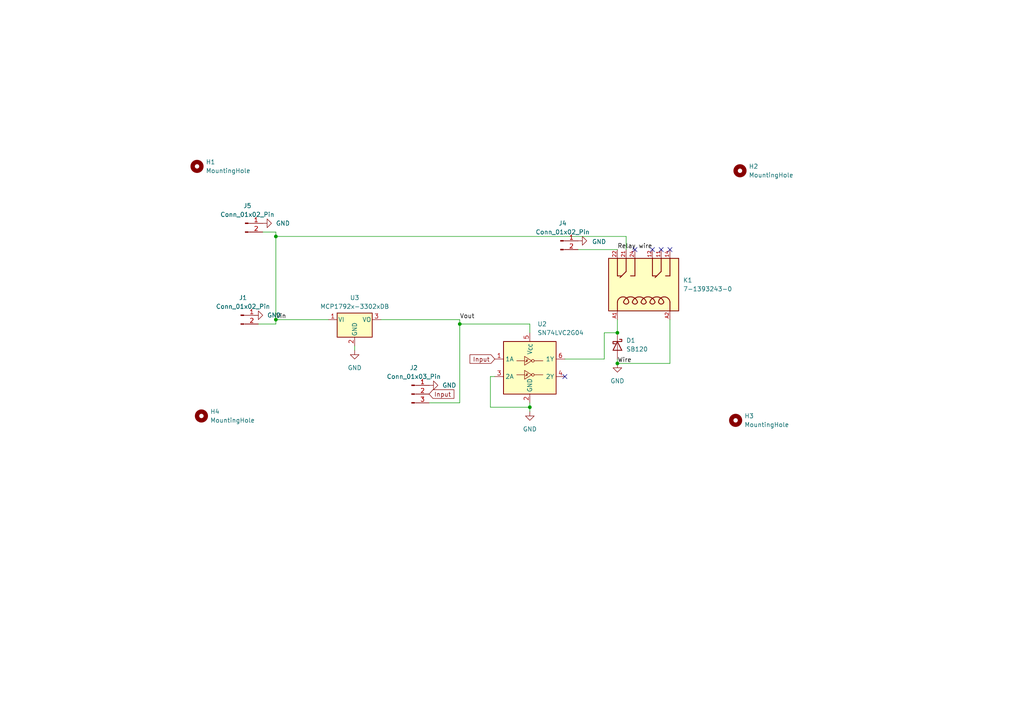
<source format=kicad_sch>
(kicad_sch (version 20231120) (generator "eeschema") (generator_version "8.0")
  (paper "A4")
  (lib_symbols
    (symbol "74xGxx:SN74LVC2G14DBV"
      (property "Reference" "U" (at 2.54 12.7 0))
      (property "Value" "SN74LVC2G14DBV" (at 2.54 10.16 0))
      (symbol "SN74LVC2G14DBV_1_1"
        (rectangle (start -7.62 7.62) (end 7.62 -7.62) (stroke (width 0.254)) (fill (type background)))
        (polyline (pts (xy -1.524 -2.032) (xy -3.81 -2.032)))
        (polyline (pts (xy -1.524 2.032) (xy -3.81 2.032)))
        (polyline (pts (xy -0.762 -1.778) (xy -0.508 -1.778)))
        (polyline (pts (xy -0.762 2.286) (xy -0.508 2.286)))
        (polyline (pts (xy 1.27 -2.032) (xy 3.81 -2.032)))
        (polyline (pts (xy 1.27 2.032) (xy 3.81 2.032)))
        (polyline (pts (xy -1.524 -0.762) (xy 0.508 -2.032) (xy -1.524 -3.302) (xy -1.524 -0.762)))
        (polyline (pts (xy -1.524 3.302) (xy 0.508 2.032) (xy -1.524 0.762) (xy -1.524 3.302)))
        (polyline (pts (xy -1.016 -2.286) (xy -1.016 -1.778) (xy -0.762 -1.778) (xy -0.762 -2.286) (xy -1.27 -2.286)))
        (polyline (pts (xy -1.016 1.778) (xy -1.016 2.286) (xy -0.762 2.286) (xy -0.762 1.778) (xy -1.27 1.778)))
        (circle (center 0.889 -2.032) (radius 0.381))
        (circle (center 0.889 2.032) (radius 0.381))
        (pin input line (at -10.16 2.54 0) (length 2.54) (name "1A") (number "1"))
        (pin power_in line (at 0 -10.16 90) (length 2.54) (name "GND") (number "2"))
        (pin input line (at -10.16 -2.54 0) (length 2.54) (name "2A") (number "3"))
        (pin output line (at 10.16 -2.54 180) (length 2.54) (name "2Y") (number "4"))
        (pin power_in line (at 0 10.16 270) (length 2.54) (name "V_{CC}") (number "5"))
        (pin output line (at 10.16 2.54 180) (length 2.54) (name "1Y") (number "6"))
      )
    )
    (symbol "Connector:Conn_01x02_Pin" (pin_names (offset 1.016) hide)
      (property "Reference" "J" (at 0 2.54 0))
      (property "Value" "Conn_01x02_Pin" (at 0 -5.08 0))
      (symbol "Conn_01x02_Pin_1_1"
        (polyline (pts (xy 1.27 -2.54) (xy 0.8636 -2.54)) (stroke (width 0.1524)))
        (polyline (pts (xy 1.27 0) (xy 0.8636 0)) (stroke (width 0.1524)))
        (rectangle (start 0.8636 -2.413) (end 0 -2.667) (stroke (width 0.1524)) (fill (type outline)))
        (rectangle (start 0.8636 0.127) (end 0 -0.127) (stroke (width 0.1524)) (fill (type outline)))
        (pin passive line (at 5.08 0 180) (length 3.81) (name "Pin_1") (number "1"))
        (pin passive line (at 5.08 -2.54 180) (length 3.81) (name "Pin_2") (number "2"))
      )
    )
    (symbol "Connector:Conn_01x03_Pin" (pin_names (offset 1.016) hide)
      (property "Reference" "J" (at 0 5.08 0))
      (property "Value" "Conn_01x03_Pin" (at 0 -5.08 0))
      (symbol "Conn_01x03_Pin_1_1"
        (polyline (pts (xy 1.27 -2.54) (xy 0.8636 -2.54)) (stroke (width 0.1524)))
        (polyline (pts (xy 1.27 0) (xy 0.8636 0)) (stroke (width 0.1524)))
        (polyline (pts (xy 1.27 2.54) (xy 0.8636 2.54)) (stroke (width 0.1524)))
        (rectangle (start 0.8636 -2.413) (end 0 -2.667) (stroke (width 0.1524)) (fill (type outline)))
        (rectangle (start 0.8636 0.127) (end 0 -0.127) (stroke (width 0.1524)) (fill (type outline)))
        (rectangle (start 0.8636 2.667) (end 0 2.413) (stroke (width 0.1524)) (fill (type outline)))
        (pin passive line (at 5.08 2.54 180) (length 3.81) (name "Pin_1") (number "1"))
        (pin passive line (at 5.08 0 180) (length 3.81) (name "Pin_2") (number "2"))
        (pin passive line (at 5.08 -2.54 180) (length 3.81) (name "Pin_3") (number "3"))
      )
    )
    (symbol "Diode:SB120" (pin_numbers hide) (pin_names (offset 1.016) hide)
      (property "Reference" "D" (at 0 2.54 0))
      (property "Value" "SB120" (at 0 -2.54 0))
      (symbol "SB120_0_1"
        (polyline (pts (xy 1.27 0) (xy -1.27 0)))
        (polyline (pts (xy 1.27 1.27) (xy 1.27 -1.27) (xy -1.27 0) (xy 1.27 1.27)) (stroke (width 0.254)))
        (polyline (pts (xy -1.905 0.635) (xy -1.905 1.27) (xy -1.27 1.27) (xy -1.27 -1.27) (xy -0.635 -1.27) (xy -0.635 -0.635)) (stroke (width 0.254)))
      )
      (symbol "SB120_1_1"
        (pin passive line (at -3.81 0 0) (length 2.54) (name "K") (number "1"))
        (pin passive line (at 3.81 0 180) (length 2.54) (name "A") (number "2"))
      )
    )
    (symbol "Mechanical:MountingHole" (pin_names (offset 1.016)) (exclude_from_sim yes) (in_bom no)
      (property "Reference" "H" (at 0 5.08 0))
      (property "Value" "MountingHole" (at 0 3.175 0))
      (symbol "MountingHole_0_1"
        (circle (center 0 0) (radius 1.27) (stroke (width 1.27)))
      )
    )
    (symbol "RT424048:7-1393243-0" (pin_names (offset 1.016))
      (property "Reference" "K" (at -7.6267 10.6774 0))
      (property "Value" "7-1393243-0" (at -7.6215 -12.7025 0))
      (symbol "7-1393243-0_0_0"
        (rectangle (start -7.62 -10.16) (end 7.62 10.16) (stroke (width 0.254)) (fill (type background)))
        (arc (start -5.08 -7.62) (mid -3.5511 -5.969) (end -5.08 -4.318) (stroke (width 0.254)))
        (arc (start -5.08 -5.842) (mid -3.556 -3.81) (end -5.08 -1.778) (stroke (width 0.254)))
        (arc (start -5.08 -4.318) (mid -5.6515 -5.08) (end -5.08 -5.842) (stroke (width 0.254)))
        (arc (start -5.08 -3.302) (mid -3.5407 -1.27) (end -5.08 0.762) (stroke (width 0.254)))
        (arc (start -5.08 -1.778) (mid -5.6515 -2.54) (end -5.08 -3.302) (stroke (width 0.254)))
        (arc (start -5.08 -0.762) (mid -3.556 1.27) (end -5.08 3.302) (stroke (width 0.254)))
        (arc (start -5.08 0.762) (mid -5.6515 0) (end -5.08 -0.762) (stroke (width 0.254)))
        (arc (start -5.08 1.778) (mid -3.5407 3.81) (end -5.08 5.842) (stroke (width 0.254)))
        (arc (start -5.08 3.302) (mid -5.6515 2.54) (end -5.08 1.778) (stroke (width 0.254)))
        (arc (start -5.08 4.318) (mid -3.5511 5.969) (end -5.08 7.62) (stroke (width 0.254)))
        (arc (start -5.08 5.842) (mid -5.6515 5.08) (end -5.08 4.318) (stroke (width 0.254)))
        (polyline (pts (xy -7.62 -7.62) (xy -5.08 -7.62)) (stroke (width 0.254)))
        (polyline (pts (xy -7.62 7.62) (xy -5.08 7.62)) (stroke (width 0.254)))
        (polyline (pts (xy 2.54 -7.62) (xy 2.54 -6.35)) (stroke (width 0.254)))
        (polyline (pts (xy 2.54 -2.54) (xy 2.54 -3.81)) (stroke (width 0.254)))
        (polyline (pts (xy 2.54 2.54) (xy 2.54 3.81)) (stroke (width 0.254)))
        (polyline (pts (xy 2.54 7.62) (xy 2.54 6.35)) (stroke (width 0.254)))
        (polyline (pts (xy 3.81 -5.08) (xy 2.032 -3.302)) (stroke (width 0.254)))
        (polyline (pts (xy 3.81 5.08) (xy 2.032 6.858)) (stroke (width 0.254)))
        (polyline (pts (xy 7.62 -7.62) (xy 2.54 -7.62)) (stroke (width 0.254)))
        (polyline (pts (xy 7.62 -5.08) (xy 3.81 -5.08)) (stroke (width 0.254)))
        (polyline (pts (xy 7.62 -2.54) (xy 2.54 -2.54)) (stroke (width 0.254)))
        (polyline (pts (xy 7.62 2.54) (xy 2.54 2.54)) (stroke (width 0.254)))
        (polyline (pts (xy 7.62 5.08) (xy 3.81 5.08)) (stroke (width 0.254)))
        (polyline (pts (xy 7.62 7.62) (xy 2.54 7.62)) (stroke (width 0.254)))
        (pin passive line (at 10.16 -5.08 180) (length 2.54) (name "~") (number "11"))
        (pin passive line (at 10.16 -2.54 180) (length 2.54) (name "~") (number "12"))
        (pin passive line (at 10.16 -7.62 180) (length 2.54) (name "~") (number "14"))
        (pin passive line (at 10.16 5.08 180) (length 2.54) (name "~") (number "21"))
        (pin passive line (at 10.16 7.62 180) (length 2.54) (name "~") (number "22"))
        (pin passive line (at 10.16 2.54 180) (length 2.54) (name "~") (number "24"))
        (pin passive line (at -10.16 7.62 0) (length 2.54) (name "~") (number "A1"))
        (pin passive line (at -10.16 -7.62 0) (length 2.54) (name "~") (number "A2"))
      )
    )
    (symbol "Regulator_Linear:MCP1792x-3302xDB" (pin_names (offset 0.254))
      (property "Reference" "U" (at -3.81 3.175 0))
      (property "Value" "MCP1792x-3302xDB" (at 0 3.175 0))
      (symbol "MCP1792x-3302xDB_0_1"
        (rectangle (start -5.08 -5.08) (end 5.08 1.905) (stroke (width 0.254)) (fill (type background)))
      )
      (symbol "MCP1792x-3302xDB_1_1"
        (pin power_in line (at -7.62 0 0) (length 2.54) (name "VI") (number "1"))
        (pin power_in line (at 0 -7.62 90) (length 2.54) (name "GND") (number "2"))
        (pin power_out line (at 7.62 0 180) (length 2.54) (name "VO") (number "3"))
      )
    )
    (symbol "power:GND" (power) (pin_numbers hide) (pin_names (offset 0) hide)
      (property "Value" "GND" (at 0 -3.81 0))
      (symbol "GND_0_1"
        (polyline (pts (xy 0 0) (xy 0 -1.27) (xy 1.27 -1.27) (xy 0 -2.54) (xy -1.27 -1.27) (xy 0 -1.27)))
      )
      (symbol "GND_1_1"
        (pin power_in line (at 0 0 270) (length 0) (name "~") (number "1"))
      )
    )
  )
  (junction (at 133.35 93.98))
  (junction (at 153.67 118.11))
  (junction (at 179.07 105.41))
  (junction (at 80.01 68.58))
  (junction (at 179.07 96.52))
  (junction (at 80.01 92.71))
  (no_connect (at 194.31 72.39))
  (no_connect (at 184.15 72.39))
  (no_connect (at 189.23 72.39))
  (no_connect (at 163.83 109.22))
  (no_connect (at 191.77 72.39))
  (wire (pts (xy 80.01 92.71) (xy 80.01 93.98)))
  (wire (pts (xy 80.01 92.71) (xy 95.25 92.71)))
  (wire (pts (xy 175.26 104.14) (xy 175.26 96.52)))
  (wire (pts (xy 194.31 105.41) (xy 194.31 92.71)))
  (wire (pts (xy 74.93 93.98) (xy 80.01 93.98)))
  (wire (pts (xy 153.67 118.11) (xy 153.67 116.84)))
  (wire (pts (xy 80.01 68.58) (xy 80.01 92.71)))
  (wire (pts (xy 163.83 104.14) (xy 175.26 104.14)))
  (wire (pts (xy 133.35 93.98) (xy 133.35 116.84)))
  (wire (pts (xy 142.24 109.22) (xy 142.24 118.11)))
  (wire (pts (xy 175.26 96.52) (xy 179.07 96.52)))
  (wire (pts (xy 179.07 105.41) (xy 194.31 105.41)))
  (wire (pts (xy 80.01 68.58) (xy 181.61 68.58)))
  (wire (pts (xy 80.01 68.58) (xy 80.01 67.31)))
  (wire (pts (xy 133.35 116.84) (xy 124.46 116.84)))
  (wire (pts (xy 74.93 91.44) (xy 73.66 91.44)))
  (wire (pts (xy 179.07 92.71) (xy 179.07 96.52)))
  (wire (pts (xy 179.07 104.14) (xy 179.07 105.41)))
  (wire (pts (xy 153.67 119.38) (xy 153.67 118.11)))
  (wire (pts (xy 181.61 68.58) (xy 181.61 72.39)))
  (wire (pts (xy 143.51 109.22) (xy 142.24 109.22)))
  (wire (pts (xy 133.35 93.98) (xy 153.67 93.98)))
  (wire (pts (xy 102.87 100.33) (xy 102.87 101.6)))
  (wire (pts (xy 153.67 93.98) (xy 153.67 96.52)))
  (wire (pts (xy 110.49 92.71) (xy 133.35 92.71)))
  (wire (pts (xy 142.24 118.11) (xy 153.67 118.11)))
  (wire (pts (xy 76.2 67.31) (xy 80.01 67.31)))
  (wire (pts (xy 133.35 92.71) (xy 133.35 93.98)))
  (wire (pts (xy 167.64 72.39) (xy 179.07 72.39)))
  (label "Vout" (at 133.35 92.71 0))
  (label "Vin" (at 80.01 92.71 0))
  (label "Relay wire" (at 179.07 72.39 0))
  (label "Wire" (at 179.07 105.41 0))
  (global_label "Input" (shape input) (at 124.46 114.3 0) (property "Intersheetrefs" "${INTERSHEET_REFS}" (effects (hide yes))))
  (global_label "Input" (shape input) (at 143.51 104.14 180) (property "Intersheetrefs" "${INTERSHEET_REFS}" (effects (hide yes))))
  (symbol (lib_id "RT424048:7-1393243-0") (at 186.69 82.55 90) (unit 1)
    (property "Reference" "K1" (at 198.12 81.2799 90) (effects (justify right)))
    (property "Value" "7-1393243-0" (at 198.12 83.8199 90) (effects (justify right)))
    (property "Footprint" "RT424048:TE_7-1393243-0" (effects (hide yes)))
    (property "PARTREV" "10-14" (effects (hide yes)))
    (property "STANDARD" "Manufacturer Recommendation" (effects (hide yes)))
    (property "MANUFACTURER" "TE Connectivity Potter & Brumfield Relays" (effects (hide yes)))
    (property "SERIES" "RT2" (effects (hide yes)))
  )
  (symbol (lib_id "Mechanical:MountingHole") (at 57.15 48.26 0) (unit 1) (exclude_from_sim yes) (in_bom no)
    (property "Reference" "H1" (at 59.69 46.9899 0) (effects (justify left)))
    (property "Value" "MountingHole" (at 59.69 49.5299 0) (effects (justify left)))
    (property "Footprint" "MountingHole:MountingHole_2.2mm_M2 " (effects (hide yes)))
    (property "Description" "Mounting Hole without connection" (effects (hide yes)))
  )
  (symbol (lib_id "Regulator_Linear:MCP1792x-3302xDB") (at 102.87 92.71 0) (unit 1)
    (property "Reference" "U3" (at 102.87 86.36 0))
    (property "Value" "MCP1792x-3302xDB" (at 102.87 88.9 0))
    (property "Footprint" "Package_TO_SOT_SMD:SOT-223-3_TabPin2" (effects (hide yes)))
    (property "Datasheet" "https://ww1.microchip.com/downloads/aemDocuments/documents/APID/ProductDocuments/DataSheets/MCP1792-Family-Data-Sheet-DS20006229D.pdf" (effects (hide yes)))
    (property "Description" "Low Quiescent Current LDO Regulator, 4.5-55V input, 3.3V, 100mA, SOT-223" (effects (hide yes)))
  )
  (symbol (lib_id "power:GND") (at 76.2 64.77 90) (unit 1)
    (property "Reference" "#PWR07" (effects (hide yes)))
    (property "Value" "GND" (at 80.01 64.7699 90) (effects (justify right)))
    (property "Description" "Power symbol creates a global label with name \"GND\" , ground" (effects (hide yes)))
  )
  (symbol (lib_id "Mechanical:MountingHole") (at 214.63 49.53 0) (unit 1) (exclude_from_sim yes) (in_bom no)
    (property "Reference" "H2" (at 217.17 48.2599 0) (effects (justify left)))
    (property "Value" "MountingHole" (at 217.17 50.7999 0) (effects (justify left)))
    (property "Footprint" "MountingHole:MountingHole_2.2mm_M2 " (effects (hide yes)))
    (property "Description" "Mounting Hole without connection" (effects (hide yes)))
  )
  (symbol (lib_id "Connector:Conn_01x02_Pin") (at 162.56 69.85 0) (unit 1)
    (property "Reference" "J4" (at 163.195 64.77 0))
    (property "Value" "Conn_01x02_Pin" (at 163.195 67.31 0))
    (property "Footprint" "Connector_AMASS:AMASS_XT60PW-F_1x02_P7.20mm_Horizontal" (effects (hide yes)))
    (property "Description" "Generic connector, single row, 01x02, script generated" (effects (hide yes)))
  )
  (symbol (lib_id "power:GND") (at 73.66 91.44 90) (unit 1)
    (property "Reference" "#PWR02" (effects (hide yes)))
    (property "Value" "GND" (at 77.47 91.4399 90) (effects (justify right)))
    (property "Description" "Power symbol creates a global label with name \"GND\" , ground" (effects (hide yes)))
  )
  (symbol (lib_id "power:GND") (at 179.07 105.41 0) (unit 1)
    (property "Reference" "#PWR03" (effects (hide yes)))
    (property "Value" "GND" (at 179.07 110.49 0))
    (property "Description" "Power symbol creates a global label with name \"GND\" , ground" (effects (hide yes)))
  )
  (symbol (lib_id "Connector:Conn_01x02_Pin") (at 71.12 64.77 0) (unit 1)
    (property "Reference" "J5" (at 71.755 59.69 0))
    (property "Value" "Conn_01x02_Pin" (at 71.755 62.23 0))
    (property "Footprint" "Connector_AMASS:AMASS_XT60PW-F_1x02_P7.20mm_Horizontal" (effects (hide yes)))
    (property "Description" "Generic connector, single row, 01x02, script generated" (effects (hide yes)))
  )
  (symbol (lib_id "74xGxx:SN74LVC2G14DBV") (at 153.67 106.68 0) (unit 1)
    (property "Reference" "U2" (at 155.8641 93.98 0) (effects (justify left)))
    (property "Value" "SN74LVC2G04" (at 155.8641 96.52 0) (effects (justify left)))
    (property "Footprint" "Package_TO_SOT_SMD:SOT-23-6" (effects (hide yes)))
    (property "Datasheet" "https://www.ti.com/lit/ds/symlink/sn74lvc2g14.pdf" (effects (hide yes)))
    (property "Description" "Dual schmitt inverter, VCC from 1.65 to 5.5 V, SOT-23" (effects (hide yes)))
  )
  (symbol (lib_id "power:GND") (at 167.64 69.85 90) (unit 1)
    (property "Reference" "#PWR04" (effects (hide yes)))
    (property "Value" "GND" (at 171.704 70.104 90) (effects (justify right)))
    (property "Description" "Power symbol creates a global label with name \"GND\" , ground" (effects (hide yes)))
  )
  (symbol (lib_id "power:GND") (at 153.67 119.38 0) (unit 1)
    (property "Reference" "#PWR08" (effects (hide yes)))
    (property "Value" "GND" (at 153.67 124.46 0))
    (property "Description" "Power symbol creates a global label with name \"GND\" , ground" (effects (hide yes)))
  )
  (symbol (lib_id "power:GND") (at 124.46 111.76 90) (unit 1)
    (property "Reference" "#PWR05" (effects (hide yes)))
    (property "Value" "GND" (at 128.27 111.7599 90) (effects (justify right)))
    (property "Description" "Power symbol creates a global label with name \"GND\" , ground" (effects (hide yes)))
  )
  (symbol (lib_id "Connector:Conn_01x03_Pin") (at 119.38 114.3 0) (unit 1)
    (property "Reference" "J2" (at 120.015 106.68 0))
    (property "Value" "Conn_01x03_Pin" (at 120.015 109.22 0))
    (property "Footprint" "Connector_PinHeader_2.54mm:PinHeader_1x03_P2.54mm_Vertical" (effects (hide yes)))
    (property "Description" "Generic connector, single row, 01x03, script generated" (effects (hide yes)))
  )
  (symbol (lib_id "Mechanical:MountingHole") (at 58.42 120.65 0) (unit 1) (exclude_from_sim yes) (in_bom no)
    (property "Reference" "H4" (at 60.96 119.3799 0) (effects (justify left)))
    (property "Value" "MountingHole" (at 60.96 121.9199 0) (effects (justify left)))
    (property "Footprint" "MountingHole:MountingHole_2.2mm_M2 " (effects (hide yes)))
    (property "Description" "Mounting Hole without connection" (effects (hide yes)))
  )
  (symbol (lib_id "Diode:SB120") (at 179.07 100.33 270) (unit 1)
    (property "Reference" "D1" (at 181.61 98.7424 90) (effects (justify left)))
    (property "Value" "SB120" (at 181.61 101.2824 90) (effects (justify left)))
    (property "Footprint" "Diode_SMD:D_SMA" (effects (hide yes)))
    (property "Datasheet" "http://www.diodes.com/_files/datasheets/ds23022.pdf" (effects (hide yes)))
    (property "Description" "20V 1A Schottky Barrier Rectifier Diode, DO-41" (effects (hide yes)))
  )
  (symbol (lib_id "power:GND") (at 102.87 101.6 0) (unit 1)
    (property "Reference" "#PWR01" (effects (hide yes)))
    (property "Value" "GND" (at 102.87 106.68 0))
    (property "Description" "Power symbol creates a global label with name \"GND\" , ground" (effects (hide yes)))
  )
  (symbol (lib_id "Mechanical:MountingHole") (at 213.36 121.92 0) (unit 1) (exclude_from_sim yes) (in_bom no)
    (property "Reference" "H3" (at 215.9 120.6499 0) (effects (justify left)))
    (property "Value" "MountingHole" (at 215.9 123.1899 0) (effects (justify left)))
    (property "Footprint" "MountingHole:MountingHole_2.2mm_M2 " (effects (hide yes)))
    (property "Description" "Mounting Hole without connection" (effects (hide yes)))
  )
  (symbol (lib_id "Connector:Conn_01x02_Pin") (at 69.85 91.44 0) (unit 1)
    (property "Reference" "J1" (at 70.485 86.36 0))
    (property "Value" "Conn_01x02_Pin" (at 70.485 88.9 0))
    (property "Footprint" "Connector_AMASS:AMASS_XT60PW-F_1x02_P7.20mm_Horizontal" (effects (hide yes)))
    (property "Description" "Generic connector, single row, 01x02, script generated" (effects (hide yes)))
  )
)
</source>
